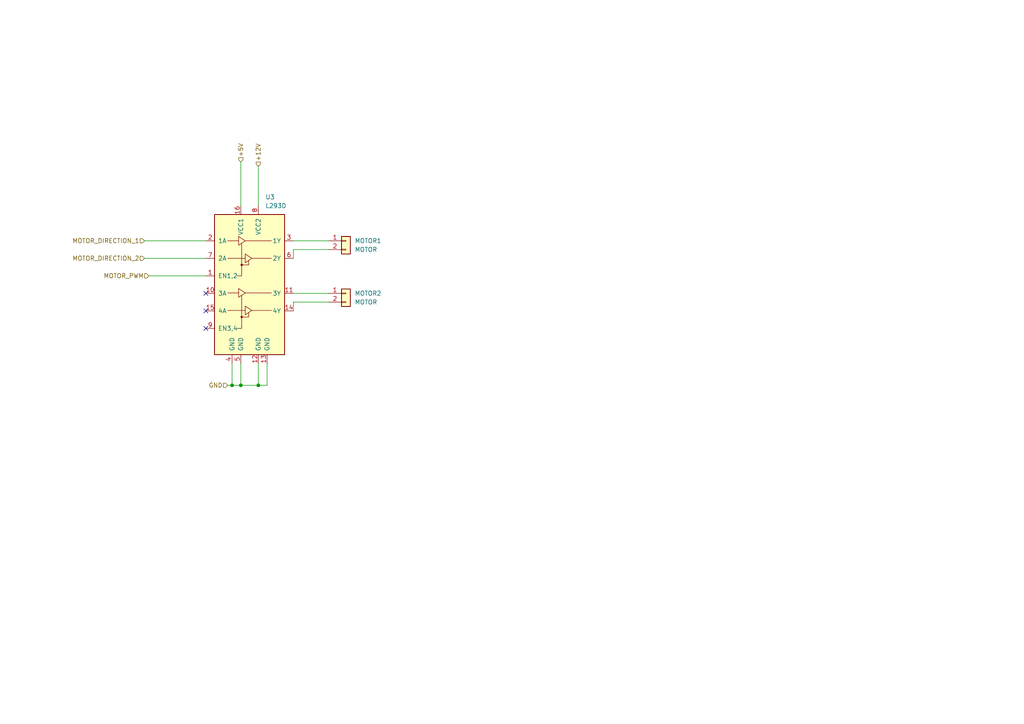
<source format=kicad_sch>
(kicad_sch (version 20211123) (generator eeschema)
  (paper "A4")
  (lib_symbols
    (symbol "Connector_Generic:Conn_01x02" (pin_names (offset 1.016) hide)
      (property "Reference" "J" (at 0 2.54 0))
      (property "Value" "Conn_01x02" (at 0 -5.08 0))
      (symbol "Conn_01x02_1_1"
        (rectangle (start -1.27 -2.413) (end 0 -2.667) (stroke (width 0.1524)))
        (rectangle (start -1.27 0.127) (end 0 -0.127) (stroke (width 0.1524)))
        (rectangle (start -1.27 1.27) (end 1.27 -3.81) (stroke (width 0.254)) (fill (type background)))
        (pin passive line (at -5.08 0 0) (length 3.81) (name "Pin_1") (number "1"))
        (pin passive line (at -5.08 -2.54 0) (length 3.81) (name "Pin_2") (number "2"))
      )
    )
    (symbol "Driver_Motor:L293D" (pin_names (offset 1.016))
      (property "Reference" "U" (at -5.08 26.035 0))
      (property "Value" "L293D" (at -5.08 24.13 0))
      (symbol "L293D_0_1"
        (rectangle (start -10.16 22.86) (end 10.16 -17.78) (stroke (width 0.254)) (fill (type background)))
        (circle (center -2.286 -6.858) (radius 0.254) (fill (type outline)))
        (circle (center -2.286 8.255) (radius 0.254) (fill (type outline)))
        (polyline (pts (xy -6.35 -4.953) (xy -1.27 -4.953)))
        (polyline (pts (xy -6.35 0.127) (xy -3.175 0.127)))
        (polyline (pts (xy -6.35 10.16) (xy -1.27 10.16)))
        (polyline (pts (xy -6.35 15.24) (xy -3.175 15.24)))
        (polyline (pts (xy -1.27 0.127) (xy 6.35 0.127)))
        (polyline (pts (xy -1.27 15.24) (xy 6.35 15.24)))
        (polyline (pts (xy 0.635 -4.953) (xy 6.35 -4.953)))
        (polyline (pts (xy 0.635 10.16) (xy 6.35 10.16)))
        (polyline (pts (xy -2.286 -6.858) (xy -0.254 -6.858) (xy -0.254 -5.588)))
        (polyline (pts (xy -2.286 -0.635) (xy -2.286 -10.16) (xy -3.556 -10.16)))
        (polyline (pts (xy -2.286 8.255) (xy -0.254 8.255) (xy -0.254 9.525)))
        (polyline (pts (xy -2.286 14.478) (xy -2.286 5.08) (xy -3.556 5.08)))
        (polyline (pts (xy -3.175 1.397) (xy -3.175 -1.143) (xy -1.27 0.127) (xy -3.175 1.397)))
        (polyline (pts (xy -3.175 16.51) (xy -3.175 13.97) (xy -1.27 15.24) (xy -3.175 16.51)))
        (polyline (pts (xy -1.27 -3.683) (xy -1.27 -6.223) (xy 0.635 -4.953) (xy -1.27 -3.683)))
        (polyline (pts (xy -1.27 11.43) (xy -1.27 8.89) (xy 0.635 10.16) (xy -1.27 11.43)))
      )
      (symbol "L293D_1_1"
        (pin input line (at -12.7 5.08 0) (length 2.54) (name "EN1,2") (number "1"))
        (pin input line (at -12.7 0 0) (length 2.54) (name "3A") (number "10"))
        (pin output line (at 12.7 0 180) (length 2.54) (name "3Y") (number "11"))
        (pin power_in line (at 2.54 -20.32 90) (length 2.54) (name "GND") (number "12"))
        (pin power_in line (at 5.08 -20.32 90) (length 2.54) (name "GND") (number "13"))
        (pin output line (at 12.7 -5.08 180) (length 2.54) (name "4Y") (number "14"))
        (pin input line (at -12.7 -5.08 0) (length 2.54) (name "4A") (number "15"))
        (pin power_in line (at -2.54 25.4 270) (length 2.54) (name "VCC1") (number "16"))
        (pin input line (at -12.7 15.24 0) (length 2.54) (name "1A") (number "2"))
        (pin output line (at 12.7 15.24 180) (length 2.54) (name "1Y") (number "3"))
        (pin power_in line (at -5.08 -20.32 90) (length 2.54) (name "GND") (number "4"))
        (pin power_in line (at -2.54 -20.32 90) (length 2.54) (name "GND") (number "5"))
        (pin output line (at 12.7 10.16 180) (length 2.54) (name "2Y") (number "6"))
        (pin input line (at -12.7 10.16 0) (length 2.54) (name "2A") (number "7"))
        (pin power_in line (at 2.54 25.4 270) (length 2.54) (name "VCC2") (number "8"))
        (pin input line (at -12.7 -10.16 0) (length 2.54) (name "EN3,4") (number "9"))
      )
    )
  )
  (junction (at 74.93 111.76))
  (junction (at 69.85 111.76))
  (junction (at 67.31 111.76))
  (no_connect (at 59.69 85.09))
  (no_connect (at 59.69 90.17))
  (no_connect (at 59.69 95.25))
  (wire (pts (xy 74.93 105.41) (xy 74.93 111.76)))
  (wire (pts (xy 69.85 105.41) (xy 69.85 111.76)))
  (wire (pts (xy 69.85 111.76) (xy 74.93 111.76)))
  (wire (pts (xy 43.18 80.01) (xy 59.69 80.01)))
  (wire (pts (xy 95.25 87.63) (xy 85.09 87.63)))
  (wire (pts (xy 85.09 69.85) (xy 95.25 69.85)))
  (wire (pts (xy 66.04 111.76) (xy 67.31 111.76)))
  (wire (pts (xy 85.09 85.09) (xy 95.25 85.09)))
  (wire (pts (xy 85.09 72.39) (xy 95.25 72.39)))
  (wire (pts (xy 69.85 46.99) (xy 69.85 59.69)))
  (wire (pts (xy 41.91 69.85) (xy 59.69 69.85)))
  (wire (pts (xy 67.31 105.41) (xy 67.31 111.76)))
  (wire (pts (xy 74.93 111.76) (xy 77.47 111.76)))
  (wire (pts (xy 77.47 111.76) (xy 77.47 105.41)))
  (wire (pts (xy 85.09 87.63) (xy 85.09 90.17)))
  (wire (pts (xy 41.91 74.93) (xy 59.69 74.93)))
  (wire (pts (xy 74.93 48.26) (xy 74.93 59.69)))
  (wire (pts (xy 85.09 74.93) (xy 85.09 72.39)))
  (wire (pts (xy 67.31 111.76) (xy 69.85 111.76)))
  (hierarchical_label "+12V" (shape input) (at 74.93 48.26 90))
  (hierarchical_label "MOTOR_DIRECTION_2" (shape input) (at 41.91 74.93 180))
  (hierarchical_label "+5V" (shape input) (at 69.85 46.99 90))
  (hierarchical_label "GND" (shape input) (at 66.04 111.76 180))
  (hierarchical_label "MOTOR_PWM" (shape input) (at 43.18 80.01 180))
  (hierarchical_label "MOTOR_DIRECTION_1" (shape input) (at 41.91 69.85 180))
  (symbol (lib_id "Connector_Generic:Conn_01x02") (at 100.33 85.09 0) (unit 1)
    (property "Reference" "MOTOR2" (at 102.87 85.0899 0) (effects (justify left)))
    (property "Value" "MOTOR" (at 102.87 87.6299 0) (effects (justify left)))
    (property "Footprint" "Connector_PinHeader_2.54mm:PinHeader_1x02_P2.54mm_Vertical" (effects hide))
  )
  (symbol (lib_id "Driver_Motor:L293D") (at 72.39 85.09 0) (unit 1)
    (property "Reference" "U3" (at 76.9494 57.15 0) (effects (justify left)))
    (property "Value" "L293D" (at 76.9494 59.69 0) (effects (justify left)))
    (property "Footprint" "Package_DIP:DIP-16_W7.62mm" (effects hide))
    (property "Datasheet" "http://www.ti.com/lit/ds/symlink/l293.pdf" (effects hide))
  )
  (symbol (lib_id "Connector_Generic:Conn_01x02") (at 100.33 69.85 0) (unit 1)
    (property "Reference" "MOTOR1" (at 102.87 69.8499 0) (effects (justify left)))
    (property "Value" "MOTOR" (at 102.87 72.3899 0) (effects (justify left)))
    (property "Footprint" "Connector_PinHeader_2.54mm:PinHeader_1x02_P2.54mm_Vertical" (effects hide))
  )
)
</source>
